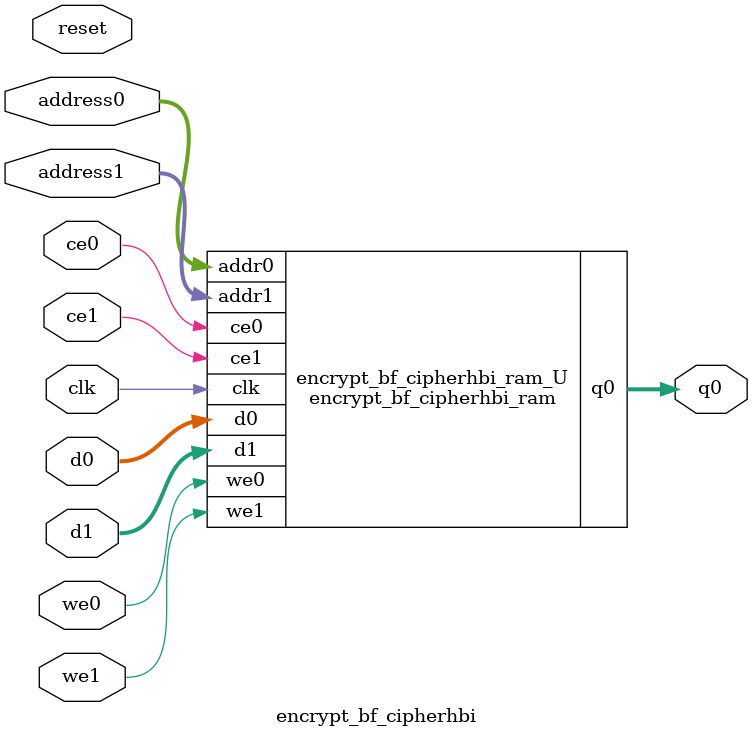
<source format=v>
`timescale 1 ns / 1 ps
module encrypt_bf_cipherhbi_ram (addr0, ce0, d0, we0, q0, addr1, ce1, d1, we1,  clk);

parameter DWIDTH = 8;
parameter AWIDTH = 3;
parameter MEM_SIZE = 8;

input[AWIDTH-1:0] addr0;
input ce0;
input[DWIDTH-1:0] d0;
input we0;
output reg[DWIDTH-1:0] q0;
input[AWIDTH-1:0] addr1;
input ce1;
input[DWIDTH-1:0] d1;
input we1;
input clk;

(* ram_style = "block" *)reg [DWIDTH-1:0] ram[0:MEM_SIZE-1];




always @(posedge clk)  
begin 
    if (ce0) begin
        if (we0) 
            ram[addr0] <= d0; 
        q0 <= ram[addr0];
    end
end


always @(posedge clk)  
begin 
    if (ce1) begin
        if (we1) 
            ram[addr1] <= d1; 
    end
end


endmodule

`timescale 1 ns / 1 ps
module encrypt_bf_cipherhbi(
    reset,
    clk,
    address0,
    ce0,
    we0,
    d0,
    q0,
    address1,
    ce1,
    we1,
    d1);

parameter DataWidth = 32'd8;
parameter AddressRange = 32'd8;
parameter AddressWidth = 32'd3;
input reset;
input clk;
input[AddressWidth - 1:0] address0;
input ce0;
input we0;
input[DataWidth - 1:0] d0;
output[DataWidth - 1:0] q0;
input[AddressWidth - 1:0] address1;
input ce1;
input we1;
input[DataWidth - 1:0] d1;



encrypt_bf_cipherhbi_ram encrypt_bf_cipherhbi_ram_U(
    .clk( clk ),
    .addr0( address0 ),
    .ce0( ce0 ),
    .we0( we0 ),
    .d0( d0 ),
    .q0( q0 ),
    .addr1( address1 ),
    .ce1( ce1 ),
    .we1( we1 ),
    .d1( d1 ));

endmodule


</source>
